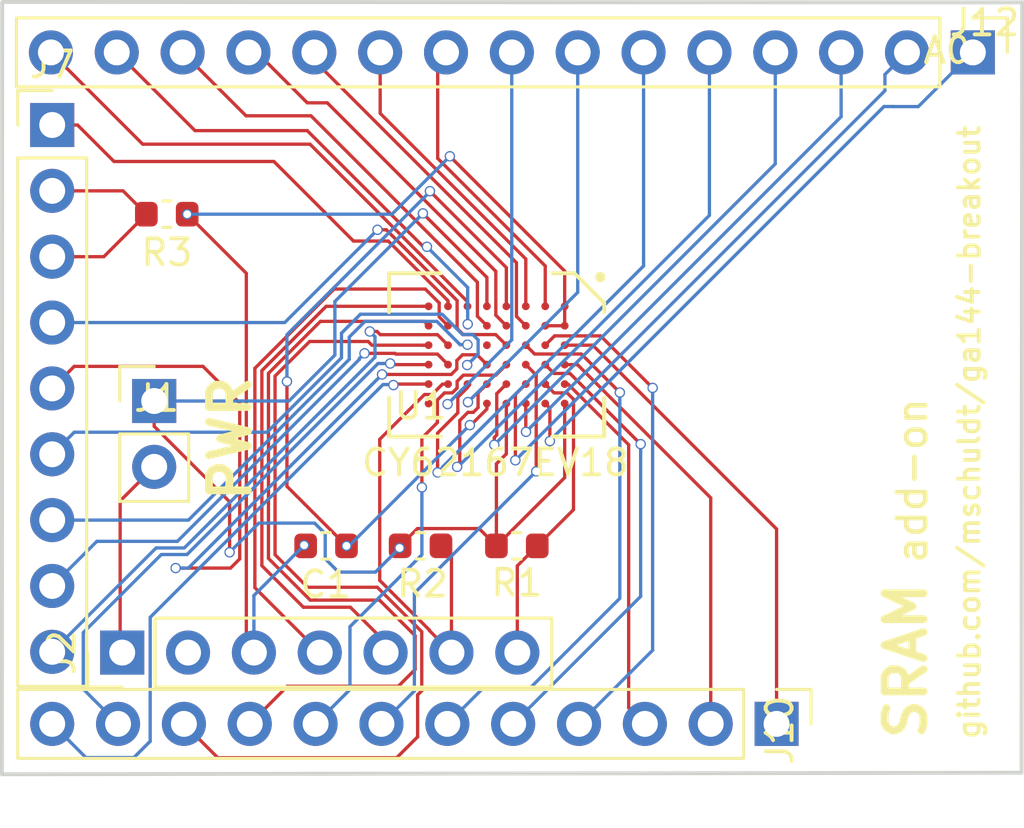
<source format=kicad_pcb>
(kicad_pcb (version 20171130) (host pcbnew 5.0.2-bee76a0~70~ubuntu14.04.1)

  (general
    (thickness 1.6)
    (drawings 9)
    (tracks 402)
    (zones 0)
    (modules 10)
    (nets 47)
  )

  (page A4)
  (layers
    (0 F.Cu signal)
    (31 B.Cu signal)
    (32 B.Adhes user)
    (33 F.Adhes user)
    (34 B.Paste user)
    (35 F.Paste user)
    (36 B.SilkS user)
    (37 F.SilkS user)
    (38 B.Mask user)
    (39 F.Mask user)
    (40 Dwgs.User user)
    (41 Cmts.User user)
    (42 Eco1.User user)
    (43 Eco2.User user)
    (44 Edge.Cuts user)
    (45 Margin user)
    (46 B.CrtYd user)
    (47 F.CrtYd user)
    (48 B.Fab user)
    (49 F.Fab user)
  )

  (setup
    (last_trace_width 0.127)
    (user_trace_width 0.127)
    (user_trace_width 0.16)
    (user_trace_width 0.2)
    (user_trace_width 0.5)
    (trace_clearance 0.127)
    (zone_clearance 0.16)
    (zone_45_only no)
    (trace_min 0.127)
    (segment_width 0.2)
    (edge_width 0.15)
    (via_size 0.4)
    (via_drill 0.3)
    (via_min_size 0.3)
    (via_min_drill 0.3)
    (uvia_size 0.3)
    (uvia_drill 0.1)
    (uvias_allowed no)
    (uvia_min_size 0.2)
    (uvia_min_drill 0.1)
    (pcb_text_width 0.3)
    (pcb_text_size 1.5 1.5)
    (mod_edge_width 0.15)
    (mod_text_size 1 1)
    (mod_text_width 0.15)
    (pad_size 1.524 1.524)
    (pad_drill 0.762)
    (pad_to_mask_clearance 0.051)
    (solder_mask_min_width 0.25)
    (aux_axis_origin 0 0)
    (visible_elements FFFFFF7F)
    (pcbplotparams
      (layerselection 0x010fc_ffffffff)
      (usegerberextensions true)
      (usegerberattributes false)
      (usegerberadvancedattributes false)
      (creategerberjobfile false)
      (excludeedgelayer true)
      (linewidth 0.100000)
      (plotframeref false)
      (viasonmask false)
      (mode 1)
      (useauxorigin false)
      (hpglpennumber 1)
      (hpglpenspeed 20)
      (hpglpendiameter 15.000000)
      (psnegative false)
      (psa4output false)
      (plotreference true)
      (plotvalue true)
      (plotinvisibletext false)
      (padsonsilk false)
      (subtractmaskfromsilk false)
      (outputformat 1)
      (mirror false)
      (drillshape 0)
      (scaleselection 1)
      (outputdirectory ""))
  )

  (net 0 "")
  (net 1 GND)
  (net 2 vccC)
  (net 3 a17)
  (net 4 a16)
  (net 5 a15)
  (net 6 a14)
  (net 7 a13)
  (net 8 a12)
  (net 9 a11)
  (net 10 a10)
  (net 11 a9)
  (net 12 a8)
  (net 13 a7)
  (net 14 a6)
  (net 15 a5)
  (net 16 a4)
  (net 17 a3)
  (net 18 a2)
  (net 19 a1)
  (net 20 a0)
  (net 21 d0)
  (net 22 d1)
  (net 23 d2)
  (net 24 d3)
  (net 25 d4)
  (net 26 d5)
  (net 27 d6)
  (net 28 d7)
  (net 29 d8)
  (net 30 d9)
  (net 31 d10)
  (net 32 d11)
  (net 33 d12)
  (net 34 d13)
  (net 35 d14)
  (net 36 d15)
  (net 37 d16)
  (net 38 008.17)
  (net 39 008.5)
  (net 40 008.3)
  (net 41 008.1)
  (net 42 vss)
  (net 43 CE2)
  (net 44 "Net-(U1-PadE3)")
  (net 45 "Net-(U1-PadH6)")
  (net 46 "Net-(J2-Pad2)")

  (net_class Default "This is the default net class."
    (clearance 0.127)
    (trace_width 0.127)
    (via_dia 0.4)
    (via_drill 0.3)
    (uvia_dia 0.3)
    (uvia_drill 0.1)
    (add_net 008.1)
    (add_net 008.17)
    (add_net 008.3)
    (add_net 008.5)
    (add_net CE2)
    (add_net GND)
    (add_net "Net-(J2-Pad2)")
    (add_net "Net-(U1-PadE3)")
    (add_net "Net-(U1-PadH6)")
    (add_net a0)
    (add_net a1)
    (add_net a10)
    (add_net a11)
    (add_net a12)
    (add_net a13)
    (add_net a14)
    (add_net a15)
    (add_net a16)
    (add_net a17)
    (add_net a2)
    (add_net a3)
    (add_net a4)
    (add_net a5)
    (add_net a6)
    (add_net a7)
    (add_net a8)
    (add_net a9)
    (add_net d0)
    (add_net d1)
    (add_net d10)
    (add_net d11)
    (add_net d12)
    (add_net d13)
    (add_net d14)
    (add_net d15)
    (add_net d16)
    (add_net d2)
    (add_net d3)
    (add_net d4)
    (add_net d5)
    (add_net d6)
    (add_net d7)
    (add_net d8)
    (add_net d9)
    (add_net vccC)
    (add_net vss)
  )

  (module ga144:CY62167EV18LL (layer F.Cu) (tedit 5BE695FE) (tstamp 5C22A0C1)
    (at 126.492 86.868 270)
    (path /5BF41A8E)
    (attr smd)
    (fp_text reference U1 (at 1.9685 2.9337) (layer F.SilkS)
      (effects (font (size 1 1) (thickness 0.15)))
    )
    (fp_text value CY62167EV18 (at 4.1529 0.04826 180) (layer F.SilkS)
      (effects (font (size 1 1) (thickness 0.15)))
    )
    (fp_line (start -2 -4) (end -3 -3) (layer F.Fab) (width 0.15))
    (fp_line (start -3 -3) (end -3 4) (layer F.Fab) (width 0.15))
    (fp_line (start -3 4) (end 3 4) (layer F.Fab) (width 0.15))
    (fp_line (start 3 4) (end 3 -4) (layer F.Fab) (width 0.15))
    (fp_line (start 3 -4) (end -2 -4) (layer F.Fab) (width 0.15))
    (fp_line (start 1.65 -4.15) (end 3.15 -4.15) (layer F.SilkS) (width 0.15))
    (fp_line (start 3.15 -4.15) (end 3.15 -2.15) (layer F.SilkS) (width 0.15))
    (fp_line (start 1.65 -4.15) (end 3.15 -4.15) (layer F.SilkS) (width 0.15))
    (fp_line (start 3.15 -4.15) (end 3.15 -2.15) (layer F.SilkS) (width 0.15))
    (fp_line (start 1.65 4.15) (end 3.15 4.15) (layer F.SilkS) (width 0.15))
    (fp_line (start 3.15 4.15) (end 3.15 2.15) (layer F.SilkS) (width 0.15))
    (fp_line (start 1.65 -4.15) (end 3.15 -4.15) (layer F.SilkS) (width 0.15))
    (fp_line (start 3.15 -4.15) (end 3.15 -2.15) (layer F.SilkS) (width 0.15))
    (fp_line (start -1.65 4.15) (end -3.15 4.15) (layer F.SilkS) (width 0.15))
    (fp_line (start -3.15 4.15) (end -3.15 2.15) (layer F.SilkS) (width 0.15))
    (fp_line (start -1.65 -4.15) (end -2 -4.15) (layer F.SilkS) (width 0.15))
    (fp_line (start -2 -4.15) (end -3.15 -3) (layer F.SilkS) (width 0.15))
    (fp_line (start -3.15 -3) (end -3.15 -2.15) (layer F.SilkS) (width 0.15))
    (fp_circle (center -3 -4) (end -3 -3.9) (layer F.SilkS) (width 0.2))
    (fp_line (start -3.25 -4.25) (end 3.25 -4.25) (layer F.CrtYd) (width 0.05))
    (fp_line (start 3.25 -4.25) (end 3.25 4.25) (layer F.CrtYd) (width 0.05))
    (fp_line (start 3.25 4.25) (end -3.25 4.25) (layer F.CrtYd) (width 0.05))
    (fp_line (start -3.25 4.25) (end -3.25 -4.25) (layer F.CrtYd) (width 0.05))
    (pad A1 smd circle (at -1.875 -2.625 270) (size 0.3 0.3) (layers F.Cu F.Paste F.Mask)
      (net 1 GND))
    (pad B1 smd circle (at -1.875 -1.875 270) (size 0.3 0.3) (layers F.Cu F.Paste F.Mask)
      (net 29 d8))
    (pad C1 smd circle (at -1.875 -1.125 270) (size 0.3 0.3) (layers F.Cu F.Paste F.Mask)
      (net 30 d9))
    (pad D1 smd circle (at -1.875 -0.375 270) (size 0.3 0.3) (layers F.Cu F.Paste F.Mask)
      (net 42 vss))
    (pad E1 smd circle (at -1.875 0.375 270) (size 0.3 0.3) (layers F.Cu F.Paste F.Mask)
      (net 43 CE2))
    (pad F1 smd circle (at -1.875 1.125 270) (size 0.3 0.3) (layers F.Cu F.Paste F.Mask)
      (net 35 d14))
    (pad G1 smd circle (at -1.875 1.875 270) (size 0.3 0.3) (layers F.Cu F.Paste F.Mask)
      (net 36 d15))
    (pad H1 smd circle (at -1.875 2.625 270) (size 0.3 0.3) (layers F.Cu F.Paste F.Mask)
      (net 39 008.5))
    (pad A2 smd circle (at -1.125 -2.625 270) (size 0.3 0.3) (layers F.Cu F.Paste F.Mask)
      (net 1 GND))
    (pad B2 smd circle (at -1.125 -1.875 270) (size 0.3 0.3) (layers F.Cu F.Paste F.Mask)
      (net 1 GND))
    (pad C2 smd circle (at -1.125 -1.125 270) (size 0.3 0.3) (layers F.Cu F.Paste F.Mask)
      (net 31 d10))
    (pad D2 smd circle (at -1.125 -0.375 270) (size 0.3 0.3) (layers F.Cu F.Paste F.Mask)
      (net 32 d11))
    (pad E2 smd circle (at -1.125 0.375 270) (size 0.3 0.3) (layers F.Cu F.Paste F.Mask)
      (net 33 d12))
    (pad F2 smd circle (at -1.125 1.125 270) (size 0.3 0.3) (layers F.Cu F.Paste F.Mask)
      (net 34 d13))
    (pad G2 smd circle (at -1.125 1.875 270) (size 0.3 0.3) (layers F.Cu F.Paste F.Mask)
      (net 38 008.17))
    (pad H2 smd circle (at -1.125 2.625 270) (size 0.3 0.3) (layers F.Cu F.Paste F.Mask)
      (net 12 a8))
    (pad A3 smd circle (at -0.375 -2.625 270) (size 0.3 0.3) (layers F.Cu F.Paste F.Mask)
      (net 20 a0))
    (pad B3 smd circle (at -0.375 -1.875 270) (size 0.3 0.3) (layers F.Cu F.Paste F.Mask)
      (net 17 a3))
    (pad C3 smd circle (at -0.375 -1.125 270) (size 0.3 0.3) (layers F.Cu F.Paste F.Mask)
      (net 15 a5))
    (pad D3 smd circle (at -0.375 -0.375 270) (size 0.3 0.3) (layers F.Cu F.Paste F.Mask)
      (net 3 a17))
    (pad E3 smd circle (at -0.375 0.375 270) (size 0.3 0.3) (layers F.Cu F.Paste F.Mask)
      (net 44 "Net-(U1-PadE3)"))
    (pad F3 smd circle (at -0.375 1.125 270) (size 0.3 0.3) (layers F.Cu F.Paste F.Mask)
      (net 6 a14))
    (pad G3 smd circle (at -0.375 1.875 270) (size 0.3 0.3) (layers F.Cu F.Paste F.Mask)
      (net 8 a12))
    (pad H3 smd circle (at -0.375 2.625 270) (size 0.3 0.3) (layers F.Cu F.Paste F.Mask)
      (net 11 a9))
    (pad A4 smd circle (at 0.375 -2.625 270) (size 0.3 0.3) (layers F.Cu F.Paste F.Mask)
      (net 19 a1))
    (pad B4 smd circle (at 0.375 -1.875 270) (size 0.3 0.3) (layers F.Cu F.Paste F.Mask)
      (net 16 a4))
    (pad C4 smd circle (at 0.375 -1.125 270) (size 0.3 0.3) (layers F.Cu F.Paste F.Mask)
      (net 14 a6))
    (pad D4 smd circle (at 0.375 -0.375 270) (size 0.3 0.3) (layers F.Cu F.Paste F.Mask)
      (net 13 a7))
    (pad E4 smd circle (at 0.375 0.375 270) (size 0.3 0.3) (layers F.Cu F.Paste F.Mask)
      (net 4 a16))
    (pad F4 smd circle (at 0.375 1.125 270) (size 0.3 0.3) (layers F.Cu F.Paste F.Mask)
      (net 5 a15))
    (pad G4 smd circle (at 0.375 1.875 270) (size 0.3 0.3) (layers F.Cu F.Paste F.Mask)
      (net 7 a13))
    (pad H4 smd circle (at 0.375 2.625 270) (size 0.3 0.3) (layers F.Cu F.Paste F.Mask)
      (net 10 a10))
    (pad A5 smd circle (at 1.125 -2.625 270) (size 0.3 0.3) (layers F.Cu F.Paste F.Mask)
      (net 18 a2))
    (pad B5 smd circle (at 1.125 -1.875 270) (size 0.3 0.3) (layers F.Cu F.Paste F.Mask)
      (net 41 008.1))
    (pad C5 smd circle (at 1.125 -1.125 270) (size 0.3 0.3) (layers F.Cu F.Paste F.Mask)
      (net 22 d1))
    (pad D5 smd circle (at 1.125 -0.375 270) (size 0.3 0.3) (layers F.Cu F.Paste F.Mask)
      (net 24 d3))
    (pad E5 smd circle (at 1.125 0.375 270) (size 0.3 0.3) (layers F.Cu F.Paste F.Mask)
      (net 25 d4))
    (pad F5 smd circle (at 1.125 1.125 270) (size 0.3 0.3) (layers F.Cu F.Paste F.Mask)
      (net 26 d5))
    (pad G5 smd circle (at 1.125 1.875 270) (size 0.3 0.3) (layers F.Cu F.Paste F.Mask)
      (net 40 008.3))
    (pad H5 smd circle (at 1.125 2.625 270) (size 0.3 0.3) (layers F.Cu F.Paste F.Mask)
      (net 9 a11))
    (pad A6 smd circle (at 1.875 -2.625 270) (size 0.3 0.3) (layers F.Cu F.Paste F.Mask)
      (net 43 CE2))
    (pad B6 smd circle (at 1.875 -1.875 270) (size 0.3 0.3) (layers F.Cu F.Paste F.Mask)
      (net 21 d0))
    (pad C6 smd circle (at 1.875 -1.125 270) (size 0.3 0.3) (layers F.Cu F.Paste F.Mask)
      (net 23 d2))
    (pad D6 smd circle (at 1.875 -0.375 270) (size 0.3 0.3) (layers F.Cu F.Paste F.Mask)
      (net 43 CE2))
    (pad E6 smd circle (at 1.875 0.375 270) (size 0.3 0.3) (layers F.Cu F.Paste F.Mask)
      (net 42 vss))
    (pad F6 smd circle (at 1.875 1.125 270) (size 0.3 0.3) (layers F.Cu F.Paste F.Mask)
      (net 27 d6))
    (pad G6 smd circle (at 1.875 1.875 270) (size 0.3 0.3) (layers F.Cu F.Paste F.Mask)
      (net 28 d7))
    (pad H6 smd circle (at 1.875 2.625 270) (size 0.3 0.3) (layers F.Cu F.Paste F.Mask)
      (net 45 "Net-(U1-PadH6)"))
  )

  (module Connector_PinHeader_2.54mm:PinHeader_1x09_P2.54mm_Vertical (layer F.Cu) (tedit 5BE679B5) (tstamp 5BEF9B7B)
    (at 109.35 78)
    (descr "Through hole straight pin header, 1x09, 2.54mm pitch, single row")
    (tags "Through hole pin header THT 1x09 2.54mm single row")
    (path /5C39C977)
    (fp_text reference J7 (at 0 -2.33) (layer F.SilkS)
      (effects (font (size 1 1) (thickness 0.15)))
    )
    (fp_text value Conn_01x09_Male (at 12.316 23.346) (layer F.Fab)
      (effects (font (size 1 1) (thickness 0.15)))
    )
    (fp_line (start -0.635 -1.27) (end 1.27 -1.27) (layer F.Fab) (width 0.1))
    (fp_line (start 1.27 -1.27) (end 1.27 21.59) (layer F.Fab) (width 0.1))
    (fp_line (start 1.27 21.59) (end -1.27 21.59) (layer F.Fab) (width 0.1))
    (fp_line (start -1.27 21.59) (end -1.27 -0.635) (layer F.Fab) (width 0.1))
    (fp_line (start -1.27 -0.635) (end -0.635 -1.27) (layer F.Fab) (width 0.1))
    (fp_line (start -1.33 21.65) (end 1.33 21.65) (layer F.SilkS) (width 0.12))
    (fp_line (start -1.33 1.27) (end -1.33 21.65) (layer F.SilkS) (width 0.12))
    (fp_line (start 1.33 1.27) (end 1.33 21.65) (layer F.SilkS) (width 0.12))
    (fp_line (start -1.33 1.27) (end 1.33 1.27) (layer F.SilkS) (width 0.12))
    (fp_line (start -1.33 0) (end -1.33 -1.33) (layer F.SilkS) (width 0.12))
    (fp_line (start -1.33 -1.33) (end 0 -1.33) (layer F.SilkS) (width 0.12))
    (fp_line (start -1.8 -1.8) (end -1.8 22.1) (layer F.CrtYd) (width 0.05))
    (fp_line (start -1.8 22.1) (end 1.8 22.1) (layer F.CrtYd) (width 0.05))
    (fp_line (start 1.8 22.1) (end 1.8 -1.8) (layer F.CrtYd) (width 0.05))
    (fp_line (start 1.8 -1.8) (end -1.8 -1.8) (layer F.CrtYd) (width 0.05))
    (fp_text user %R (at 0 10.16 90) (layer F.Fab)
      (effects (font (size 1 1) (thickness 0.15)))
    )
    (pad 1 thru_hole rect (at 0 0) (size 1.7 1.7) (drill 1) (layers *.Cu *.Mask)
      (net 36 d15))
    (pad 2 thru_hole oval (at 0 2.54) (size 1.7 1.7) (drill 1) (layers *.Cu *.Mask)
      (net 37 d16))
    (pad 3 thru_hole oval (at 0 5.08) (size 1.7 1.7) (drill 1) (layers *.Cu *.Mask)
      (net 37 d16))
    (pad 4 thru_hole oval (at 0 7.62) (size 1.7 1.7) (drill 1) (layers *.Cu *.Mask)
      (net 3 a17))
    (pad 5 thru_hole oval (at 0 10.16) (size 1.7 1.7) (drill 1) (layers *.Cu *.Mask)
      (net 4 a16))
    (pad 6 thru_hole oval (at 0 12.7) (size 1.7 1.7) (drill 1) (layers *.Cu *.Mask)
      (net 5 a15))
    (pad 7 thru_hole oval (at 0 15.24) (size 1.7 1.7) (drill 1) (layers *.Cu *.Mask)
      (net 6 a14))
    (pad 8 thru_hole oval (at 0 17.78) (size 1.7 1.7) (drill 1) (layers *.Cu *.Mask)
      (net 7 a13))
    (pad 9 thru_hole oval (at 0 20.32) (size 1.7 1.7) (drill 1) (layers *.Cu *.Mask)
      (net 8 a12))
    (model ${KISYS3DMOD}/Connector_PinHeader_2.54mm.3dshapes/PinHeader_1x09_P2.54mm_Vertical.wrl
      (at (xyz 0 0 0))
      (scale (xyz 1 1 1))
      (rotate (xyz 0 0 0))
    )
  )

  (module Connector_PinHeader_2.54mm:PinHeader_1x15_P2.54mm_Vertical (layer F.Cu) (tedit 59FED5CC) (tstamp 5BEF9C8A)
    (at 144.86 75.2 270)
    (descr "Through hole straight pin header, 1x15, 2.54mm pitch, single row")
    (tags "Through hole pin header THT 1x15 2.54mm single row")
    (path /5C609FBF)
    (fp_text reference J12 (at -1.15 -0.45) (layer F.SilkS)
      (effects (font (size 1 1) (thickness 0.15)))
    )
    (fp_text value Conn_01x15_Male (at -0.23 18.4) (layer F.Fab)
      (effects (font (size 1 1) (thickness 0.15)))
    )
    (fp_line (start -0.635 -1.27) (end 1.27 -1.27) (layer F.Fab) (width 0.1))
    (fp_line (start 1.27 -1.27) (end 1.27 36.83) (layer F.Fab) (width 0.1))
    (fp_line (start 1.27 36.83) (end -1.27 36.83) (layer F.Fab) (width 0.1))
    (fp_line (start -1.27 36.83) (end -1.27 -0.635) (layer F.Fab) (width 0.1))
    (fp_line (start -1.27 -0.635) (end -0.635 -1.27) (layer F.Fab) (width 0.1))
    (fp_line (start -1.33 36.89) (end 1.33 36.89) (layer F.SilkS) (width 0.12))
    (fp_line (start -1.33 1.27) (end -1.33 36.89) (layer F.SilkS) (width 0.12))
    (fp_line (start 1.33 1.27) (end 1.33 36.89) (layer F.SilkS) (width 0.12))
    (fp_line (start -1.33 1.27) (end 1.33 1.27) (layer F.SilkS) (width 0.12))
    (fp_line (start -1.33 0) (end -1.33 -1.33) (layer F.SilkS) (width 0.12))
    (fp_line (start -1.33 -1.33) (end 0 -1.33) (layer F.SilkS) (width 0.12))
    (fp_line (start -1.8 -1.8) (end -1.8 37.35) (layer F.CrtYd) (width 0.05))
    (fp_line (start -1.8 37.35) (end 1.8 37.35) (layer F.CrtYd) (width 0.05))
    (fp_line (start 1.8 37.35) (end 1.8 -1.8) (layer F.CrtYd) (width 0.05))
    (fp_line (start 1.8 -1.8) (end -1.8 -1.8) (layer F.CrtYd) (width 0.05))
    (fp_text user %R (at 0 17.78) (layer F.Fab)
      (effects (font (size 1 1) (thickness 0.15)))
    )
    (pad 1 thru_hole rect (at 0 0 270) (size 1.7 1.7) (drill 1) (layers *.Cu *.Mask)
      (net 21 d0))
    (pad 2 thru_hole oval (at 0 2.54 270) (size 1.7 1.7) (drill 1) (layers *.Cu *.Mask)
      (net 22 d1))
    (pad 3 thru_hole oval (at 0 5.08 270) (size 1.7 1.7) (drill 1) (layers *.Cu *.Mask)
      (net 23 d2))
    (pad 4 thru_hole oval (at 0 7.62 270) (size 1.7 1.7) (drill 1) (layers *.Cu *.Mask)
      (net 24 d3))
    (pad 5 thru_hole oval (at 0 10.16 270) (size 1.7 1.7) (drill 1) (layers *.Cu *.Mask)
      (net 25 d4))
    (pad 6 thru_hole oval (at 0 12.7 270) (size 1.7 1.7) (drill 1) (layers *.Cu *.Mask)
      (net 26 d5))
    (pad 7 thru_hole oval (at 0 15.24 270) (size 1.7 1.7) (drill 1) (layers *.Cu *.Mask)
      (net 27 d6))
    (pad 8 thru_hole oval (at 0 17.78 270) (size 1.7 1.7) (drill 1) (layers *.Cu *.Mask)
      (net 28 d7))
    (pad 9 thru_hole oval (at 0 20.32 270) (size 1.7 1.7) (drill 1) (layers *.Cu *.Mask)
      (net 29 d8))
    (pad 10 thru_hole oval (at 0 22.86 270) (size 1.7 1.7) (drill 1) (layers *.Cu *.Mask)
      (net 30 d9))
    (pad 11 thru_hole oval (at 0 25.4 270) (size 1.7 1.7) (drill 1) (layers *.Cu *.Mask)
      (net 31 d10))
    (pad 12 thru_hole oval (at 0 27.94 270) (size 1.7 1.7) (drill 1) (layers *.Cu *.Mask)
      (net 32 d11))
    (pad 13 thru_hole oval (at 0 30.48 270) (size 1.7 1.7) (drill 1) (layers *.Cu *.Mask)
      (net 33 d12))
    (pad 14 thru_hole oval (at 0 33.02 270) (size 1.7 1.7) (drill 1) (layers *.Cu *.Mask)
      (net 34 d13))
    (pad 15 thru_hole oval (at 0 35.56 270) (size 1.7 1.7) (drill 1) (layers *.Cu *.Mask)
      (net 35 d14))
    (model ${KISYS3DMOD}/Connector_PinHeader_2.54mm.3dshapes/PinHeader_1x15_P2.54mm_Vertical.wrl
      (at (xyz 0 0 0))
      (scale (xyz 1 1 1))
      (rotate (xyz 0 0 0))
    )
  )

  (module Connector_PinHeader_2.54mm:PinHeader_1x12_P2.54mm_Vertical (layer F.Cu) (tedit 5BE679E1) (tstamp 5C229F20)
    (at 137.29 101.1 270)
    (descr "Through hole straight pin header, 1x12, 2.54mm pitch, single row")
    (tags "Through hole pin header THT 1x12 2.54mm single row")
    (path /5C6AADA9)
    (fp_text reference J10 (at 0.246 -0.124 270) (layer F.SilkS)
      (effects (font (size 1 1) (thickness 0.15)))
    )
    (fp_text value Conn_01x12_Male (at 0 18.672) (layer F.Fab)
      (effects (font (size 1 1) (thickness 0.15)))
    )
    (fp_line (start -0.635 -1.27) (end 1.27 -1.27) (layer F.Fab) (width 0.1))
    (fp_line (start 1.27 -1.27) (end 1.27 29.21) (layer F.Fab) (width 0.1))
    (fp_line (start 1.27 29.21) (end -1.27 29.21) (layer F.Fab) (width 0.1))
    (fp_line (start -1.27 29.21) (end -1.27 -0.635) (layer F.Fab) (width 0.1))
    (fp_line (start -1.27 -0.635) (end -0.635 -1.27) (layer F.Fab) (width 0.1))
    (fp_line (start -1.33 29.27) (end 1.33 29.27) (layer F.SilkS) (width 0.12))
    (fp_line (start -1.33 1.27) (end -1.33 29.27) (layer F.SilkS) (width 0.12))
    (fp_line (start 1.33 1.27) (end 1.33 29.27) (layer F.SilkS) (width 0.12))
    (fp_line (start -1.33 1.27) (end 1.33 1.27) (layer F.SilkS) (width 0.12))
    (fp_line (start -1.33 0) (end -1.33 -1.33) (layer F.SilkS) (width 0.12))
    (fp_line (start -1.33 -1.33) (end 0 -1.33) (layer F.SilkS) (width 0.12))
    (fp_line (start -1.8 -1.8) (end -1.8 29.75) (layer F.CrtYd) (width 0.05))
    (fp_line (start -1.8 29.75) (end 1.8 29.75) (layer F.CrtYd) (width 0.05))
    (fp_line (start 1.8 29.75) (end 1.8 -1.8) (layer F.CrtYd) (width 0.05))
    (fp_line (start 1.8 -1.8) (end -1.8 -1.8) (layer F.CrtYd) (width 0.05))
    (fp_text user %R (at 0 13.97) (layer F.Fab)
      (effects (font (size 1 1) (thickness 0.15)))
    )
    (pad 1 thru_hole rect (at 0 0 270) (size 1.7 1.7) (drill 1) (layers *.Cu *.Mask)
      (net 20 a0))
    (pad 2 thru_hole oval (at 0 2.54 270) (size 1.7 1.7) (drill 1) (layers *.Cu *.Mask)
      (net 19 a1))
    (pad 3 thru_hole oval (at 0 5.08 270) (size 1.7 1.7) (drill 1) (layers *.Cu *.Mask)
      (net 18 a2))
    (pad 4 thru_hole oval (at 0 7.62 270) (size 1.7 1.7) (drill 1) (layers *.Cu *.Mask)
      (net 17 a3))
    (pad 5 thru_hole oval (at 0 10.16 270) (size 1.7 1.7) (drill 1) (layers *.Cu *.Mask)
      (net 16 a4))
    (pad 6 thru_hole oval (at 0 12.7 270) (size 1.7 1.7) (drill 1) (layers *.Cu *.Mask)
      (net 15 a5))
    (pad 7 thru_hole oval (at 0 15.24 270) (size 1.7 1.7) (drill 1) (layers *.Cu *.Mask)
      (net 14 a6))
    (pad 8 thru_hole oval (at 0 17.78 270) (size 1.7 1.7) (drill 1) (layers *.Cu *.Mask)
      (net 13 a7))
    (pad 9 thru_hole oval (at 0 20.32 270) (size 1.7 1.7) (drill 1) (layers *.Cu *.Mask)
      (net 12 a8))
    (pad 10 thru_hole oval (at 0 22.86 270) (size 1.7 1.7) (drill 1) (layers *.Cu *.Mask)
      (net 11 a9))
    (pad 11 thru_hole oval (at 0 25.4 270) (size 1.7 1.7) (drill 1) (layers *.Cu *.Mask)
      (net 10 a10))
    (pad 12 thru_hole oval (at 0 27.94 270) (size 1.7 1.7) (drill 1) (layers *.Cu *.Mask)
      (net 9 a11))
    (model ${KISYS3DMOD}/Connector_PinHeader_2.54mm.3dshapes/PinHeader_1x12_P2.54mm_Vertical.wrl
      (at (xyz 0 0 0))
      (scale (xyz 1 1 1))
      (rotate (xyz 0 0 0))
    )
  )

  (module Capacitor_SMD:C_0603_1608Metric (layer F.Cu) (tedit 5B301BBE) (tstamp 5C22A02D)
    (at 119.9135 94.234)
    (descr "Capacitor SMD 0603 (1608 Metric), square (rectangular) end terminal, IPC_7351 nominal, (Body size source: http://www.tortai-tech.com/upload/download/2011102023233369053.pdf), generated with kicad-footprint-generator")
    (tags capacitor)
    (path /5BFC3262)
    (attr smd)
    (fp_text reference C1 (at -0.01788 1.4859) (layer F.SilkS)
      (effects (font (size 1 1) (thickness 0.15)))
    )
    (fp_text value 0.1uF (at 0.165 -1.4351) (layer F.Fab)
      (effects (font (size 1 1) (thickness 0.15)))
    )
    (fp_line (start -0.8 0.4) (end -0.8 -0.4) (layer F.Fab) (width 0.1))
    (fp_line (start -0.8 -0.4) (end 0.8 -0.4) (layer F.Fab) (width 0.1))
    (fp_line (start 0.8 -0.4) (end 0.8 0.4) (layer F.Fab) (width 0.1))
    (fp_line (start 0.8 0.4) (end -0.8 0.4) (layer F.Fab) (width 0.1))
    (fp_line (start -0.162779 -0.51) (end 0.162779 -0.51) (layer F.SilkS) (width 0.12))
    (fp_line (start -0.162779 0.51) (end 0.162779 0.51) (layer F.SilkS) (width 0.12))
    (fp_line (start -1.48 0.73) (end -1.48 -0.73) (layer F.CrtYd) (width 0.05))
    (fp_line (start -1.48 -0.73) (end 1.48 -0.73) (layer F.CrtYd) (width 0.05))
    (fp_line (start 1.48 -0.73) (end 1.48 0.73) (layer F.CrtYd) (width 0.05))
    (fp_line (start 1.48 0.73) (end -1.48 0.73) (layer F.CrtYd) (width 0.05))
    (fp_text user %R (at 0 0) (layer F.Fab)
      (effects (font (size 0.4 0.4) (thickness 0.06)))
    )
    (pad 1 smd roundrect (at -0.7875 0) (size 0.875 0.95) (layers F.Cu F.Paste F.Mask) (roundrect_rratio 0.25)
      (net 1 GND))
    (pad 2 smd roundrect (at 0.7875 0) (size 0.875 0.95) (layers F.Cu F.Paste F.Mask) (roundrect_rratio 0.25)
      (net 42 vss))
    (model ${KISYS3DMOD}/Capacitor_SMD.3dshapes/C_0603_1608Metric.wrl
      (at (xyz 0 0 0))
      (scale (xyz 1 1 1))
      (rotate (xyz 0 0 0))
    )
  )

  (module Resistor_SMD:R_0603_1608Metric (layer F.Cu) (tedit 5B301BBD) (tstamp 5C22C795)
    (at 127.27168 94.234 180)
    (descr "Resistor SMD 0603 (1608 Metric), square (rectangular) end terminal, IPC_7351 nominal, (Body size source: http://www.tortai-tech.com/upload/download/2011102023233369053.pdf), generated with kicad-footprint-generator")
    (tags resistor)
    (path /5C000F28)
    (attr smd)
    (fp_text reference R1 (at 0 -1.43 180) (layer F.SilkS)
      (effects (font (size 1 1) (thickness 0.15)))
    )
    (fp_text value 5.1k (at 0 1.43 180) (layer F.Fab)
      (effects (font (size 1 1) (thickness 0.15)))
    )
    (fp_line (start -0.8 0.4) (end -0.8 -0.4) (layer F.Fab) (width 0.1))
    (fp_line (start -0.8 -0.4) (end 0.8 -0.4) (layer F.Fab) (width 0.1))
    (fp_line (start 0.8 -0.4) (end 0.8 0.4) (layer F.Fab) (width 0.1))
    (fp_line (start 0.8 0.4) (end -0.8 0.4) (layer F.Fab) (width 0.1))
    (fp_line (start -0.162779 -0.51) (end 0.162779 -0.51) (layer F.SilkS) (width 0.12))
    (fp_line (start -0.162779 0.51) (end 0.162779 0.51) (layer F.SilkS) (width 0.12))
    (fp_line (start -1.48 0.73) (end -1.48 -0.73) (layer F.CrtYd) (width 0.05))
    (fp_line (start -1.48 -0.73) (end 1.48 -0.73) (layer F.CrtYd) (width 0.05))
    (fp_line (start 1.48 -0.73) (end 1.48 0.73) (layer F.CrtYd) (width 0.05))
    (fp_line (start 1.48 0.73) (end -1.48 0.73) (layer F.CrtYd) (width 0.05))
    (fp_text user %R (at 0 0 180) (layer F.Fab)
      (effects (font (size 0.4 0.4) (thickness 0.06)))
    )
    (pad 1 smd roundrect (at -0.7875 0 180) (size 0.875 0.95) (layers F.Cu F.Paste F.Mask) (roundrect_rratio 0.25)
      (net 41 008.1))
    (pad 2 smd roundrect (at 0.7875 0 180) (size 0.875 0.95) (layers F.Cu F.Paste F.Mask) (roundrect_rratio 0.25)
      (net 43 CE2))
    (model ${KISYS3DMOD}/Resistor_SMD.3dshapes/R_0603_1608Metric.wrl
      (at (xyz 0 0 0))
      (scale (xyz 1 1 1))
      (rotate (xyz 0 0 0))
    )
  )

  (module Resistor_SMD:R_0603_1608Metric (layer F.Cu) (tedit 5B301BBD) (tstamp 5C22A065)
    (at 123.5582 94.23146 180)
    (descr "Resistor SMD 0603 (1608 Metric), square (rectangular) end terminal, IPC_7351 nominal, (Body size source: http://www.tortai-tech.com/upload/download/2011102023233369053.pdf), generated with kicad-footprint-generator")
    (tags resistor)
    (path /5C00549C)
    (attr smd)
    (fp_text reference R2 (at -0.07376 -1.46812 180) (layer F.SilkS)
      (effects (font (size 1 1) (thickness 0.15)))
    )
    (fp_text value 5.1k (at 0.05598 -1.38684 180) (layer F.Fab)
      (effects (font (size 1 1) (thickness 0.15)))
    )
    (fp_text user %R (at 0 0 180) (layer F.Fab)
      (effects (font (size 0.4 0.4) (thickness 0.06)))
    )
    (fp_line (start 1.48 0.73) (end -1.48 0.73) (layer F.CrtYd) (width 0.05))
    (fp_line (start 1.48 -0.73) (end 1.48 0.73) (layer F.CrtYd) (width 0.05))
    (fp_line (start -1.48 -0.73) (end 1.48 -0.73) (layer F.CrtYd) (width 0.05))
    (fp_line (start -1.48 0.73) (end -1.48 -0.73) (layer F.CrtYd) (width 0.05))
    (fp_line (start -0.162779 0.51) (end 0.162779 0.51) (layer F.SilkS) (width 0.12))
    (fp_line (start -0.162779 -0.51) (end 0.162779 -0.51) (layer F.SilkS) (width 0.12))
    (fp_line (start 0.8 0.4) (end -0.8 0.4) (layer F.Fab) (width 0.1))
    (fp_line (start 0.8 -0.4) (end 0.8 0.4) (layer F.Fab) (width 0.1))
    (fp_line (start -0.8 -0.4) (end 0.8 -0.4) (layer F.Fab) (width 0.1))
    (fp_line (start -0.8 0.4) (end -0.8 -0.4) (layer F.Fab) (width 0.1))
    (pad 2 smd roundrect (at 0.7875 0 180) (size 0.875 0.95) (layers F.Cu F.Paste F.Mask) (roundrect_rratio 0.25)
      (net 43 CE2))
    (pad 1 smd roundrect (at -0.7875 0 180) (size 0.875 0.95) (layers F.Cu F.Paste F.Mask) (roundrect_rratio 0.25)
      (net 40 008.3))
    (model ${KISYS3DMOD}/Resistor_SMD.3dshapes/R_0603_1608Metric.wrl
      (at (xyz 0 0 0))
      (scale (xyz 1 1 1))
      (rotate (xyz 0 0 0))
    )
  )

  (module Resistor_SMD:R_0603_1608Metric (layer F.Cu) (tedit 5B301BBD) (tstamp 5C22A076)
    (at 113.76904 81.44002 180)
    (descr "Resistor SMD 0603 (1608 Metric), square (rectangular) end terminal, IPC_7351 nominal, (Body size source: http://www.tortai-tech.com/upload/download/2011102023233369053.pdf), generated with kicad-footprint-generator")
    (tags resistor)
    (path /5C0CE0CE)
    (attr smd)
    (fp_text reference R3 (at -0.00264 -1.47574 180) (layer F.SilkS)
      (effects (font (size 1 1) (thickness 0.15)))
    )
    (fp_text value 5.1k (at 0 1.43 180) (layer F.Fab)
      (effects (font (size 1 1) (thickness 0.15)))
    )
    (fp_line (start -0.8 0.4) (end -0.8 -0.4) (layer F.Fab) (width 0.1))
    (fp_line (start -0.8 -0.4) (end 0.8 -0.4) (layer F.Fab) (width 0.1))
    (fp_line (start 0.8 -0.4) (end 0.8 0.4) (layer F.Fab) (width 0.1))
    (fp_line (start 0.8 0.4) (end -0.8 0.4) (layer F.Fab) (width 0.1))
    (fp_line (start -0.162779 -0.51) (end 0.162779 -0.51) (layer F.SilkS) (width 0.12))
    (fp_line (start -0.162779 0.51) (end 0.162779 0.51) (layer F.SilkS) (width 0.12))
    (fp_line (start -1.48 0.73) (end -1.48 -0.73) (layer F.CrtYd) (width 0.05))
    (fp_line (start -1.48 -0.73) (end 1.48 -0.73) (layer F.CrtYd) (width 0.05))
    (fp_line (start 1.48 -0.73) (end 1.48 0.73) (layer F.CrtYd) (width 0.05))
    (fp_line (start 1.48 0.73) (end -1.48 0.73) (layer F.CrtYd) (width 0.05))
    (fp_text user %R (at 0 0 180) (layer F.Fab)
      (effects (font (size 0.4 0.4) (thickness 0.06)))
    )
    (pad 1 smd roundrect (at -0.7875 0 180) (size 0.875 0.95) (layers F.Cu F.Paste F.Mask) (roundrect_rratio 0.25)
      (net 1 GND))
    (pad 2 smd roundrect (at 0.7875 0 180) (size 0.875 0.95) (layers F.Cu F.Paste F.Mask) (roundrect_rratio 0.25)
      (net 37 d16))
    (model ${KISYS3DMOD}/Resistor_SMD.3dshapes/R_0603_1608Metric.wrl
      (at (xyz 0 0 0))
      (scale (xyz 1 1 1))
      (rotate (xyz 0 0 0))
    )
  )

  (module Connector_PinHeader_2.54mm:PinHeader_1x02_P2.54mm_Vertical (layer F.Cu) (tedit 59FED5CC) (tstamp 5C22A8D2)
    (at 113.284 88.646)
    (descr "Through hole straight pin header, 1x02, 2.54mm pitch, single row")
    (tags "Through hole pin header THT 1x02 2.54mm single row")
    (path /5C07FAB7)
    (fp_text reference J1 (at 0.09144 -0.10922) (layer F.SilkS)
      (effects (font (size 1 1) (thickness 0.15)))
    )
    (fp_text value Conn_01x02_Male (at -2.18186 -0.06858 90) (layer F.Fab)
      (effects (font (size 1 1) (thickness 0.15)))
    )
    (fp_line (start -0.635 -1.27) (end 1.27 -1.27) (layer F.Fab) (width 0.1))
    (fp_line (start 1.27 -1.27) (end 1.27 3.81) (layer F.Fab) (width 0.1))
    (fp_line (start 1.27 3.81) (end -1.27 3.81) (layer F.Fab) (width 0.1))
    (fp_line (start -1.27 3.81) (end -1.27 -0.635) (layer F.Fab) (width 0.1))
    (fp_line (start -1.27 -0.635) (end -0.635 -1.27) (layer F.Fab) (width 0.1))
    (fp_line (start -1.33 3.87) (end 1.33 3.87) (layer F.SilkS) (width 0.12))
    (fp_line (start -1.33 1.27) (end -1.33 3.87) (layer F.SilkS) (width 0.12))
    (fp_line (start 1.33 1.27) (end 1.33 3.87) (layer F.SilkS) (width 0.12))
    (fp_line (start -1.33 1.27) (end 1.33 1.27) (layer F.SilkS) (width 0.12))
    (fp_line (start -1.33 0) (end -1.33 -1.33) (layer F.SilkS) (width 0.12))
    (fp_line (start -1.33 -1.33) (end 0 -1.33) (layer F.SilkS) (width 0.12))
    (fp_line (start -1.8 -1.8) (end -1.8 4.35) (layer F.CrtYd) (width 0.05))
    (fp_line (start -1.8 4.35) (end 1.8 4.35) (layer F.CrtYd) (width 0.05))
    (fp_line (start 1.8 4.35) (end 1.8 -1.8) (layer F.CrtYd) (width 0.05))
    (fp_line (start 1.8 -1.8) (end -1.8 -1.8) (layer F.CrtYd) (width 0.05))
    (fp_text user %R (at 0 1.27 90) (layer F.Fab)
      (effects (font (size 1 1) (thickness 0.15)))
    )
    (pad 1 thru_hole rect (at 0 0) (size 1.7 1.7) (drill 1) (layers *.Cu *.Mask)
      (net 43 CE2))
    (pad 2 thru_hole oval (at 0 2.54) (size 1.7 1.7) (drill 1) (layers *.Cu *.Mask)
      (net 2 vccC))
    (model ${KISYS3DMOD}/Connector_PinHeader_2.54mm.3dshapes/PinHeader_1x02_P2.54mm_Vertical.wrl
      (at (xyz 0 0 0))
      (scale (xyz 1 1 1))
      (rotate (xyz 0 0 0))
    )
  )

  (module Connector_PinHeader_2.54mm:PinHeader_1x07_P2.54mm_Vertical (layer F.Cu) (tedit 59FED5CC) (tstamp 5C19598E)
    (at 112.05 98.35 90)
    (descr "Through hole straight pin header, 1x07, 2.54mm pitch, single row")
    (tags "Through hole pin header THT 1x07 2.54mm single row")
    (path /5C2E58F7)
    (fp_text reference J2 (at 0 -2.33 90) (layer F.SilkS)
      (effects (font (size 1 1) (thickness 0.15)))
    )
    (fp_text value Conn_01x07_Male (at 0 17.57 90) (layer F.Fab)
      (effects (font (size 1 1) (thickness 0.15)))
    )
    (fp_line (start -0.635 -1.27) (end 1.27 -1.27) (layer F.Fab) (width 0.1))
    (fp_line (start 1.27 -1.27) (end 1.27 16.51) (layer F.Fab) (width 0.1))
    (fp_line (start 1.27 16.51) (end -1.27 16.51) (layer F.Fab) (width 0.1))
    (fp_line (start -1.27 16.51) (end -1.27 -0.635) (layer F.Fab) (width 0.1))
    (fp_line (start -1.27 -0.635) (end -0.635 -1.27) (layer F.Fab) (width 0.1))
    (fp_line (start -1.33 16.57) (end 1.33 16.57) (layer F.SilkS) (width 0.12))
    (fp_line (start -1.33 1.27) (end -1.33 16.57) (layer F.SilkS) (width 0.12))
    (fp_line (start 1.33 1.27) (end 1.33 16.57) (layer F.SilkS) (width 0.12))
    (fp_line (start -1.33 1.27) (end 1.33 1.27) (layer F.SilkS) (width 0.12))
    (fp_line (start -1.33 0) (end -1.33 -1.33) (layer F.SilkS) (width 0.12))
    (fp_line (start -1.33 -1.33) (end 0 -1.33) (layer F.SilkS) (width 0.12))
    (fp_line (start -1.8 -1.8) (end -1.8 17.05) (layer F.CrtYd) (width 0.05))
    (fp_line (start -1.8 17.05) (end 1.8 17.05) (layer F.CrtYd) (width 0.05))
    (fp_line (start 1.8 17.05) (end 1.8 -1.8) (layer F.CrtYd) (width 0.05))
    (fp_line (start 1.8 -1.8) (end -1.8 -1.8) (layer F.CrtYd) (width 0.05))
    (fp_text user %R (at 0 7.62 180) (layer F.Fab)
      (effects (font (size 1 1) (thickness 0.15)))
    )
    (pad 1 thru_hole rect (at 0 0 90) (size 1.7 1.7) (drill 1) (layers *.Cu *.Mask)
      (net 2 vccC))
    (pad 2 thru_hole oval (at 0 2.54 90) (size 1.7 1.7) (drill 1) (layers *.Cu *.Mask)
      (net 46 "Net-(J2-Pad2)"))
    (pad 3 thru_hole oval (at 0 5.08 90) (size 1.7 1.7) (drill 1) (layers *.Cu *.Mask)
      (net 1 GND))
    (pad 4 thru_hole oval (at 0 7.62 90) (size 1.7 1.7) (drill 1) (layers *.Cu *.Mask)
      (net 38 008.17))
    (pad 5 thru_hole oval (at 0 10.16 90) (size 1.7 1.7) (drill 1) (layers *.Cu *.Mask)
      (net 39 008.5))
    (pad 6 thru_hole oval (at 0 12.7 90) (size 1.7 1.7) (drill 1) (layers *.Cu *.Mask)
      (net 40 008.3))
    (pad 7 thru_hole oval (at 0 15.24 90) (size 1.7 1.7) (drill 1) (layers *.Cu *.Mask)
      (net 41 008.1))
    (model ${KISYS3DMOD}/Connector_PinHeader_2.54mm.3dshapes/PinHeader_1x07_P2.54mm_Vertical.wrl
      (at (xyz 0 0 0))
      (scale (xyz 1 1 1))
      (rotate (xyz 0 0 0))
    )
  )

  (gr_text add-on (at 142.52448 91.71686 90) (layer F.SilkS)
    (effects (font (size 1.1 1.1) (thickness 0.18)))
  )
  (gr_text github.com/mschuldt/ga144-breakout (at 144.72412 89.84996 90) (layer F.SilkS)
    (effects (font (size 0.8 0.8) (thickness 0.15)))
  )
  (gr_text SRAM (at 142.2781 98.66884 90) (layer F.SilkS)
    (effects (font (size 1.5 1.5) (thickness 0.3)))
  )
  (gr_text PWR (at 116.2177 90.09126 90) (layer F.SilkS)
    (effects (font (size 1.5 1.5) (thickness 0.3)))
  )
  (gr_line (start 146.73072 73.27392) (end 107.43184 73.2536) (layer Edge.Cuts) (width 0.15))
  (gr_line (start 146.73834 102.9843) (end 146.7612 73.25868) (layer Edge.Cuts) (width 0.15))
  (gr_line (start 107.41152 103.04272) (end 146.72564 102.9843) (layer Edge.Cuts) (width 0.15))
  (gr_line (start 107.42168 73.27138) (end 107.41152 103.04272) (layer Edge.Cuts) (width 0.15))
  (gr_text A0 (at 143.8656 75.1205) (layer F.SilkS)
    (effects (font (size 1 1) (thickness 0.15)))
  )

  (via (at 119.06758 94.2086) (size 0.4) (drill 0.3) (layers F.Cu B.Cu) (net 1))
  (segment (start 117.13 98.35) (end 117.13 96.14618) (width 0.127) (layer B.Cu) (net 1))
  (segment (start 117.13 96.14618) (end 119.06758 94.2086) (width 0.127) (layer B.Cu) (net 1))
  (segment (start 128.367 85.743) (end 129.117 85.743) (width 0.127) (layer F.Cu) (net 1))
  (segment (start 129.117 85.743) (end 129.117 84.993) (width 0.127) (layer F.Cu) (net 1))
  (segment (start 129.117 83.634674) (end 124.889142 79.406816) (width 0.127) (layer F.Cu) (net 1))
  (via (at 124.689143 79.206817) (size 0.4) (drill 0.3) (layers F.Cu B.Cu) (net 1))
  (segment (start 124.889142 79.406816) (end 124.689143 79.206817) (width 0.127) (layer F.Cu) (net 1))
  (segment (start 129.117 84.993) (end 129.117 83.634674) (width 0.127) (layer F.Cu) (net 1))
  (via (at 114.55654 81.440008) (size 0.4) (drill 0.3) (layers F.Cu B.Cu) (net 1))
  (segment (start 124.689143 79.206817) (end 122.455952 81.440008) (width 0.127) (layer B.Cu) (net 1))
  (segment (start 114.839382 81.440008) (end 114.55654 81.440008) (width 0.127) (layer B.Cu) (net 1))
  (segment (start 122.455952 81.440008) (end 114.839382 81.440008) (width 0.127) (layer B.Cu) (net 1))
  (segment (start 116.837416 83.720884) (end 114.756539 81.640007) (width 0.127) (layer F.Cu) (net 1))
  (segment (start 114.756539 81.640007) (end 114.55654 81.440008) (width 0.127) (layer F.Cu) (net 1))
  (segment (start 116.837416 98.057416) (end 116.837416 83.720884) (width 0.127) (layer F.Cu) (net 1))
  (segment (start 117.13 98.35) (end 116.837416 98.057416) (width 0.127) (layer F.Cu) (net 1))
  (segment (start 111.97082 98.3) (end 111.87 98.3) (width 0.127) (layer F.Cu) (net 2))
  (segment (start 111.97082 92.49918) (end 111.97082 98.3) (width 0.127) (layer F.Cu) (net 2))
  (segment (start 113.284 91.186) (end 111.97082 92.49918) (width 0.127) (layer F.Cu) (net 2))
  (segment (start 122.237358 82.042002) (end 122.179982 82.042002) (width 0.127) (layer F.Cu) (net 3))
  (via (at 121.89714 82.042002) (size 0.4) (drill 0.3) (layers F.Cu B.Cu) (net 3))
  (segment (start 121.697141 82.242001) (end 121.89714 82.042002) (width 0.127) (layer B.Cu) (net 3))
  (segment (start 124.968 85.847942) (end 124.968 84.772644) (width 0.127) (layer F.Cu) (net 3))
  (segment (start 122.179982 82.042002) (end 121.89714 82.042002) (width 0.127) (layer F.Cu) (net 3))
  (segment (start 126.867 86.493) (end 126.457501 86.083501) (width 0.127) (layer F.Cu) (net 3))
  (segment (start 118.319142 85.62) (end 121.697141 82.242001) (width 0.127) (layer B.Cu) (net 3))
  (segment (start 125.203559 86.083501) (end 124.968 85.847942) (width 0.127) (layer F.Cu) (net 3))
  (segment (start 109.35 85.62) (end 118.319142 85.62) (width 0.127) (layer B.Cu) (net 3))
  (segment (start 126.457501 86.083501) (end 125.203559 86.083501) (width 0.127) (layer F.Cu) (net 3))
  (segment (start 124.968 84.772644) (end 122.237358 82.042002) (width 0.127) (layer F.Cu) (net 3))
  (via (at 114.11204 95.08998) (size 0.4) (drill 0.3) (layers F.Cu B.Cu) (net 4))
  (segment (start 114.394882 95.08998) (end 114.11204 95.08998) (width 0.127) (layer F.Cu) (net 4))
  (segment (start 116.229224 95.08998) (end 114.394882 95.08998) (width 0.127) (layer F.Cu) (net 4))
  (segment (start 115.166181 87.310001) (end 116.583405 88.727225) (width 0.127) (layer F.Cu) (net 4))
  (segment (start 116.583405 94.735799) (end 116.229224 95.08998) (width 0.127) (layer F.Cu) (net 4))
  (segment (start 116.583405 88.727225) (end 116.583405 94.735799) (width 0.127) (layer F.Cu) (net 4))
  (segment (start 110.199999 87.310001) (end 115.166181 87.310001) (width 0.127) (layer F.Cu) (net 4))
  (segment (start 109.35 88.16) (end 110.199999 87.310001) (width 0.127) (layer F.Cu) (net 4))
  (segment (start 114.604574 95.08998) (end 121.872278 87.822276) (width 0.127) (layer B.Cu) (net 4))
  (via (at 122.072277 87.622277) (size 0.4) (drill 0.3) (layers F.Cu B.Cu) (net 4))
  (segment (start 121.872278 87.822276) (end 122.072277 87.622277) (width 0.127) (layer B.Cu) (net 4))
  (segment (start 114.11204 95.08998) (end 114.604574 95.08998) (width 0.127) (layer B.Cu) (net 4))
  (segment (start 122.355119 87.622277) (end 122.072277 87.622277) (width 0.127) (layer F.Cu) (net 4))
  (segment (start 125.17374 86.86452) (end 124.957501 87.080759) (width 0.127) (layer F.Cu) (net 4))
  (segment (start 125.73852 86.86452) (end 125.17374 86.86452) (width 0.127) (layer F.Cu) (net 4))
  (segment (start 126.117 87.243) (end 125.73852 86.86452) (width 0.127) (layer F.Cu) (net 4))
  (segment (start 124.957501 87.406441) (end 124.741665 87.622277) (width 0.127) (layer F.Cu) (net 4))
  (segment (start 124.741665 87.622277) (end 122.355119 87.622277) (width 0.127) (layer F.Cu) (net 4))
  (segment (start 124.957501 87.080759) (end 124.957501 87.406441) (width 0.127) (layer F.Cu) (net 4))
  (via (at 125.35582 87.258442) (size 0.4) (drill 0.3) (layers F.Cu B.Cu) (net 5))
  (segment (start 125.555819 87.058443) (end 125.35582 87.258442) (width 0.127) (layer B.Cu) (net 5))
  (segment (start 109.35 90.7) (end 110.199999 89.850001) (width 0.127) (layer B.Cu) (net 5))
  (segment (start 125.77826 86.28888) (end 125.77826 86.836002) (width 0.127) (layer B.Cu) (net 5))
  (segment (start 110.199999 89.850001) (end 117.637428 89.850001) (width 0.127) (layer B.Cu) (net 5))
  (segment (start 117.637428 89.850001) (end 120.507771 86.979658) (width 0.127) (layer B.Cu) (net 5))
  (segment (start 120.507771 86.979658) (end 120.507771 86.02988) (width 0.127) (layer B.Cu) (net 5))
  (segment (start 120.507771 86.02988) (end 121.239371 85.29828) (width 0.127) (layer B.Cu) (net 5))
  (segment (start 125.77826 86.836002) (end 125.555819 87.058443) (width 0.127) (layer B.Cu) (net 5))
  (segment (start 121.239371 85.29828) (end 124.390849 85.29828) (width 0.127) (layer B.Cu) (net 5))
  (segment (start 124.390849 85.29828) (end 125.171806 86.079237) (width 0.127) (layer B.Cu) (net 5))
  (segment (start 125.568617 86.079237) (end 125.77826 86.28888) (width 0.127) (layer B.Cu) (net 5))
  (segment (start 125.171806 86.079237) (end 125.568617 86.079237) (width 0.127) (layer B.Cu) (net 5))
  (via (at 125.367 86.474019) (size 0.4) (drill 0.3) (layers F.Cu B.Cu) (net 6))
  (segment (start 125.084158 86.474019) (end 125.367 86.474019) (width 0.127) (layer B.Cu) (net 6))
  (segment (start 120.80748 87.039174) (end 120.80748 86.178911) (width 0.127) (layer B.Cu) (net 6))
  (segment (start 120.80748 86.178911) (end 121.412101 85.57429) (width 0.127) (layer B.Cu) (net 6))
  (segment (start 124.184429 85.57429) (end 125.084158 86.474019) (width 0.127) (layer B.Cu) (net 6))
  (segment (start 109.35 93.24) (end 114.606654 93.24) (width 0.127) (layer B.Cu) (net 6))
  (segment (start 114.606654 93.24) (end 120.80748 87.039174) (width 0.127) (layer B.Cu) (net 6))
  (segment (start 121.412101 85.57429) (end 124.184429 85.57429) (width 0.127) (layer B.Cu) (net 6))
  (segment (start 122.6013 86.835904) (end 122.573479 86.808083) (width 0.127) (layer F.Cu) (net 7))
  (via (at 121.397039 86.808083) (size 0.4) (drill 0.3) (layers F.Cu B.Cu) (net 7))
  (segment (start 109.35 95.78) (end 111.070623 94.059377) (width 0.127) (layer B.Cu) (net 7))
  (segment (start 114.179007 94.059377) (end 121.19704 87.041344) (width 0.127) (layer B.Cu) (net 7))
  (segment (start 124.209904 86.835904) (end 122.6013 86.835904) (width 0.127) (layer F.Cu) (net 7))
  (segment (start 121.19704 87.041344) (end 121.19704 87.008082) (width 0.127) (layer B.Cu) (net 7))
  (segment (start 124.617 87.243) (end 124.209904 86.835904) (width 0.127) (layer F.Cu) (net 7))
  (segment (start 122.573479 86.808083) (end 121.679881 86.808083) (width 0.127) (layer F.Cu) (net 7))
  (segment (start 111.070623 94.059377) (end 114.179007 94.059377) (width 0.127) (layer B.Cu) (net 7))
  (segment (start 121.19704 87.008082) (end 121.397039 86.808083) (width 0.127) (layer B.Cu) (net 7))
  (segment (start 121.679881 86.808083) (end 121.397039 86.808083) (width 0.127) (layer F.Cu) (net 7))
  (via (at 121.599543 85.964792) (size 0.4) (drill 0.3) (layers F.Cu B.Cu) (net 8))
  (segment (start 124.617 86.493) (end 124.211638 86.087638) (width 0.127) (layer F.Cu) (net 8))
  (segment (start 121.882385 85.964792) (end 121.599543 85.964792) (width 0.127) (layer F.Cu) (net 8))
  (segment (start 124.211638 86.087638) (end 122.005231 86.087638) (width 0.127) (layer F.Cu) (net 8))
  (segment (start 122.005231 86.087638) (end 121.882385 85.964792) (width 0.127) (layer F.Cu) (net 8))
  (segment (start 114.443999 94.313388) (end 121.799542 86.957845) (width 0.127) (layer B.Cu) (net 8))
  (segment (start 121.799542 86.957845) (end 121.799542 86.164791) (width 0.127) (layer B.Cu) (net 8))
  (segment (start 113.356612 94.313388) (end 114.443999 94.313388) (width 0.127) (layer B.Cu) (net 8))
  (segment (start 109.35 98.32) (end 113.356612 94.313388) (width 0.127) (layer B.Cu) (net 8))
  (segment (start 121.799542 86.164791) (end 121.599543 85.964792) (width 0.127) (layer B.Cu) (net 8))
  (segment (start 122.109598 88.011) (end 122.48896 88.011) (width 0.127) (layer B.Cu) (net 9))
  (segment (start 109.35 101.1) (end 110.64756 102.39756) (width 0.127) (layer B.Cu) (net 9))
  (segment (start 110.64756 102.39756) (end 112.50168 102.39756) (width 0.127) (layer B.Cu) (net 9))
  (segment (start 122.48896 88.011) (end 122.50928 88.03132) (width 0.127) (layer B.Cu) (net 9))
  (segment (start 122.5476 87.993) (end 122.50928 88.03132) (width 0.127) (layer F.Cu) (net 9))
  (segment (start 113.12906 96.991538) (end 122.109598 88.011) (width 0.127) (layer B.Cu) (net 9))
  (segment (start 123.867 87.993) (end 122.5476 87.993) (width 0.127) (layer F.Cu) (net 9))
  (segment (start 112.50168 102.39756) (end 113.12906 101.77018) (width 0.127) (layer B.Cu) (net 9))
  (via (at 122.50928 88.03132) (size 0.4) (drill 0.3) (layers F.Cu B.Cu) (net 9))
  (segment (start 113.12906 101.77018) (end 113.12906 96.991538) (width 0.127) (layer B.Cu) (net 9))
  (segment (start 110.54842 99.75842) (end 110.54842 97.578678) (width 0.127) (layer B.Cu) (net 10))
  (via (at 122.38704 87.199588) (size 0.4) (drill 0.3) (layers F.Cu B.Cu) (net 10))
  (segment (start 123.867 87.243) (end 122.430452 87.243) (width 0.127) (layer F.Cu) (net 10))
  (segment (start 111.89 101.1) (end 110.54842 99.75842) (width 0.127) (layer B.Cu) (net 10))
  (segment (start 113.559699 94.567399) (end 114.549213 94.567399) (width 0.127) (layer B.Cu) (net 10))
  (segment (start 114.549213 94.567399) (end 121.917024 87.199588) (width 0.127) (layer B.Cu) (net 10))
  (segment (start 110.54842 97.578678) (end 113.559699 94.567399) (width 0.127) (layer B.Cu) (net 10))
  (segment (start 122.430452 87.243) (end 122.38704 87.199588) (width 0.127) (layer F.Cu) (net 10))
  (segment (start 121.917024 87.199588) (end 122.104198 87.199588) (width 0.127) (layer B.Cu) (net 10))
  (segment (start 122.104198 87.199588) (end 122.38704 87.199588) (width 0.127) (layer B.Cu) (net 10))
  (segment (start 123.654868 86.493) (end 123.867 86.493) (width 0.127) (layer F.Cu) (net 11))
  (segment (start 121.680982 86.493) (end 123.654868 86.493) (width 0.127) (layer F.Cu) (net 11))
  (segment (start 117.945559 87.683859) (end 119.278919 86.350499) (width 0.127) (layer F.Cu) (net 11))
  (segment (start 114.43 101.1) (end 115.73518 102.40518) (width 0.127) (layer F.Cu) (net 11))
  (segment (start 119.278919 86.350499) (end 121.538481 86.350499) (width 0.127) (layer F.Cu) (net 11))
  (segment (start 122.63882 102.40518) (end 123.444 101.6) (width 0.127) (layer F.Cu) (net 11))
  (segment (start 121.538481 86.350499) (end 121.680982 86.493) (width 0.127) (layer F.Cu) (net 11))
  (segment (start 123.604011 97.544786) (end 121.889546 95.830321) (width 0.127) (layer F.Cu) (net 11))
  (segment (start 123.444 101.6) (end 123.444 99.982011) (width 0.127) (layer F.Cu) (net 11))
  (segment (start 115.73518 102.40518) (end 122.63882 102.40518) (width 0.127) (layer F.Cu) (net 11))
  (segment (start 123.444 99.982011) (end 123.604011 99.822) (width 0.127) (layer F.Cu) (net 11))
  (segment (start 121.889546 95.830321) (end 119.2 95.830321) (width 0.127) (layer F.Cu) (net 11))
  (segment (start 123.604011 99.822) (end 123.604011 97.544786) (width 0.127) (layer F.Cu) (net 11))
  (segment (start 119.2 95.830321) (end 117.945559 94.57588) (width 0.127) (layer F.Cu) (net 11))
  (segment (start 117.945559 94.57588) (end 117.945559 87.683859) (width 0.127) (layer F.Cu) (net 11))
  (segment (start 118.42 99.65) (end 116.97 101.1) (width 0.127) (layer F.Cu) (net 12))
  (segment (start 119.695902 85.574291) (end 117.691548 87.578645) (width 0.127) (layer F.Cu) (net 12))
  (segment (start 117.691548 87.578645) (end 117.691548 94.717248) (width 0.127) (layer F.Cu) (net 12))
  (segment (start 119.3 96.3257) (end 121.9757 96.3257) (width 0.127) (layer F.Cu) (net 12))
  (segment (start 123.867 85.743) (end 123.698291 85.574291) (width 0.127) (layer F.Cu) (net 12))
  (segment (start 117.691548 94.717248) (end 119.3 96.3257) (width 0.127) (layer F.Cu) (net 12))
  (segment (start 123.698291 85.574291) (end 119.695902 85.574291) (width 0.127) (layer F.Cu) (net 12))
  (segment (start 121.9757 96.3257) (end 123.35 97.7) (width 0.127) (layer F.Cu) (net 12))
  (segment (start 122.7 99.65) (end 118.42 99.65) (width 0.127) (layer F.Cu) (net 12))
  (segment (start 123.35 97.7) (end 123.35 99) (width 0.127) (layer F.Cu) (net 12))
  (segment (start 123.35 99) (end 122.7 99.65) (width 0.127) (layer F.Cu) (net 12))
  (via (at 123.609643 91.976483) (size 0.4) (drill 0.3) (layers F.Cu B.Cu) (net 13))
  (segment (start 123.609643 92.259325) (end 123.609643 91.976483) (width 0.127) (layer B.Cu) (net 13))
  (segment (start 123.609643 94.576357) (end 123.609643 92.259325) (width 0.127) (layer B.Cu) (net 13))
  (segment (start 120.83542 97.35058) (end 123.609643 94.576357) (width 0.127) (layer B.Cu) (net 13))
  (segment (start 120.83542 99.77458) (end 120.83542 97.35058) (width 0.127) (layer B.Cu) (net 13))
  (segment (start 119.51 101.1) (end 120.83542 99.77458) (width 0.127) (layer B.Cu) (net 13))
  (segment (start 126.867 87.243) (end 126.461057 87.648943) (width 0.127) (layer F.Cu) (net 13))
  (segment (start 124.780441 88.333501) (end 124.479055 88.333501) (width 0.127) (layer F.Cu) (net 13))
  (segment (start 123.609643 91.693641) (end 123.609643 91.976483) (width 0.127) (layer F.Cu) (net 13))
  (segment (start 123.609643 90.075477) (end 123.609643 91.693641) (width 0.127) (layer F.Cu) (net 13))
  (segment (start 124.207501 88.605055) (end 124.207501 89.477619) (width 0.127) (layer F.Cu) (net 13))
  (segment (start 124.479055 88.333501) (end 124.207501 88.605055) (width 0.127) (layer F.Cu) (net 13))
  (segment (start 124.968 88.145942) (end 124.780441 88.333501) (width 0.127) (layer F.Cu) (net 13))
  (segment (start 124.968 87.888058) (end 124.968 88.145942) (width 0.127) (layer F.Cu) (net 13))
  (segment (start 126.461057 87.648943) (end 125.207115 87.648943) (width 0.127) (layer F.Cu) (net 13))
  (segment (start 125.207115 87.648943) (end 124.968 87.888058) (width 0.127) (layer F.Cu) (net 13))
  (segment (start 124.207501 89.477619) (end 123.609643 90.075477) (width 0.127) (layer F.Cu) (net 13))
  (via (at 128.01854 91.35872) (size 0.4) (drill 0.3) (layers F.Cu B.Cu) (net 14))
  (segment (start 127.617 87.243) (end 128.01854 87.64454) (width 0.127) (layer F.Cu) (net 14))
  (segment (start 128.01854 87.64454) (end 128.01854 91.075878) (width 0.127) (layer F.Cu) (net 14))
  (segment (start 128.01854 91.075878) (end 128.01854 91.35872) (width 0.127) (layer F.Cu) (net 14))
  (segment (start 127.818541 91.558719) (end 128.01854 91.35872) (width 0.127) (layer B.Cu) (net 14))
  (segment (start 123.31954 96.05772) (end 127.818541 91.558719) (width 0.127) (layer B.Cu) (net 14))
  (segment (start 123.31954 99.83046) (end 123.31954 96.05772) (width 0.127) (layer B.Cu) (net 14))
  (segment (start 122.05 101.1) (end 123.31954 99.83046) (width 0.127) (layer B.Cu) (net 14))
  (segment (start 129.759501 86.833501) (end 131.044341 88.118341) (width 0.127) (layer F.Cu) (net 15))
  (segment (start 127.617 86.493) (end 127.957501 86.833501) (width 0.127) (layer F.Cu) (net 15))
  (via (at 131.24434 88.31834) (size 0.4) (drill 0.3) (layers F.Cu B.Cu) (net 15))
  (segment (start 131.044341 88.118341) (end 131.24434 88.31834) (width 0.127) (layer F.Cu) (net 15))
  (segment (start 127.957501 86.833501) (end 129.759501 86.833501) (width 0.127) (layer F.Cu) (net 15))
  (segment (start 131.24434 88.601182) (end 131.24434 88.31834) (width 0.127) (layer B.Cu) (net 15))
  (segment (start 131.24434 96.25566) (end 131.24434 88.601182) (width 0.127) (layer B.Cu) (net 15))
  (segment (start 127.75 99.75) (end 131.24434 96.25566) (width 0.127) (layer B.Cu) (net 15))
  (segment (start 125.94 99.75) (end 127.75 99.75) (width 0.127) (layer B.Cu) (net 15))
  (segment (start 124.59 101.1) (end 125.94 99.75) (width 0.127) (layer B.Cu) (net 15))
  (via (at 132.04698 90.309702) (size 0.4) (drill 0.3) (layers F.Cu B.Cu) (net 16))
  (segment (start 132.04698 96.18302) (end 132.04698 90.592544) (width 0.127) (layer B.Cu) (net 16))
  (segment (start 132.04698 90.592544) (end 132.04698 90.309702) (width 0.127) (layer B.Cu) (net 16))
  (segment (start 127.13 101.1) (end 132.04698 96.18302) (width 0.127) (layer B.Cu) (net 16))
  (segment (start 128.367 87.243) (end 128.707501 87.583501) (width 0.127) (layer F.Cu) (net 16))
  (segment (start 128.707501 87.583501) (end 129.320779 87.583501) (width 0.127) (layer F.Cu) (net 16))
  (segment (start 129.320779 87.583501) (end 131.846981 90.109703) (width 0.127) (layer F.Cu) (net 16))
  (segment (start 131.846981 90.109703) (end 132.04698 90.309702) (width 0.127) (layer F.Cu) (net 16))
  (via (at 132.50926 88.14054) (size 0.4) (drill 0.3) (layers F.Cu B.Cu) (net 17))
  (segment (start 132.50926 98.26074) (end 132.50926 88.423382) (width 0.127) (layer B.Cu) (net 17))
  (segment (start 129.67 101.1) (end 132.50926 98.26074) (width 0.127) (layer B.Cu) (net 17))
  (segment (start 132.50926 88.423382) (end 132.50926 88.14054) (width 0.127) (layer B.Cu) (net 17))
  (segment (start 132.309261 87.940541) (end 132.50926 88.14054) (width 0.127) (layer F.Cu) (net 17))
  (segment (start 130.50266 86.13394) (end 132.309261 87.940541) (width 0.127) (layer F.Cu) (net 17))
  (segment (start 128.72606 86.13394) (end 130.50266 86.13394) (width 0.127) (layer F.Cu) (net 17))
  (segment (start 128.367 86.493) (end 128.72606 86.13394) (width 0.127) (layer F.Cu) (net 17))
  (segment (start 131.5847 100.4747) (end 132.21 101.1) (width 0.127) (layer F.Cu) (net 18))
  (segment (start 131.5847 90.331475) (end 131.5847 100.4747) (width 0.127) (layer F.Cu) (net 18))
  (segment (start 129.246225 87.993) (end 131.5847 90.331475) (width 0.127) (layer F.Cu) (net 18))
  (segment (start 129.117 87.993) (end 129.246225 87.993) (width 0.127) (layer F.Cu) (net 18))
  (segment (start 134.75 99.897919) (end 134.75 101.1) (width 0.127) (layer F.Cu) (net 19))
  (segment (start 134.75 92.381438) (end 134.75 99.897919) (width 0.127) (layer F.Cu) (net 19))
  (segment (start 129.611562 87.243) (end 134.75 92.381438) (width 0.127) (layer F.Cu) (net 19))
  (segment (start 129.117 87.243) (end 129.611562 87.243) (width 0.127) (layer F.Cu) (net 19))
  (segment (start 137.29 100.123) (end 137.29 101.1) (width 0.127) (layer F.Cu) (net 20))
  (segment (start 129.117 86.493) (end 130.200144 86.493) (width 0.127) (layer F.Cu) (net 20))
  (segment (start 130.200144 86.493) (end 137.29 93.582856) (width 0.127) (layer F.Cu) (net 20))
  (segment (start 137.29 93.582856) (end 137.29 100.123) (width 0.127) (layer F.Cu) (net 20))
  (segment (start 128.546133 90.173267) (end 141.43228 77.28712) (width 0.127) (layer B.Cu) (net 21))
  (segment (start 141.43228 77.28712) (end 141.79588 77.28712) (width 0.127) (layer B.Cu) (net 21))
  (segment (start 144.84782 75.2) (end 144.86 75.2) (width 0.127) (layer B.Cu) (net 21))
  (segment (start 128.546133 88.922133) (end 128.546133 89.909291) (width 0.127) (layer F.Cu) (net 21))
  (segment (start 141.79588 77.28712) (end 141.79842 77.28966) (width 0.127) (layer B.Cu) (net 21))
  (segment (start 141.79842 77.28966) (end 142.75816 77.28966) (width 0.127) (layer B.Cu) (net 21))
  (segment (start 142.75816 77.28966) (end 144.84782 75.2) (width 0.127) (layer B.Cu) (net 21))
  (segment (start 128.546133 90.192133) (end 128.546133 90.173267) (width 0.127) (layer B.Cu) (net 21))
  (segment (start 128.546133 89.909291) (end 128.546133 90.192133) (width 0.127) (layer F.Cu) (net 21))
  (segment (start 128.367 88.743) (end 128.546133 88.922133) (width 0.127) (layer F.Cu) (net 21))
  (via (at 128.546133 90.192133) (size 0.4) (drill 0.3) (layers F.Cu B.Cu) (net 21))
  (segment (start 127.2159 88.3941) (end 127.2159 90.649158) (width 0.127) (layer F.Cu) (net 22))
  (segment (start 127.617 87.993) (end 127.2159 88.3941) (width 0.127) (layer F.Cu) (net 22))
  (segment (start 141.470001 76.049999) (end 141.470001 76.677899) (width 0.127) (layer B.Cu) (net 22))
  (segment (start 127.2159 90.649158) (end 127.2159 90.932) (width 0.127) (layer F.Cu) (net 22))
  (via (at 127.2159 90.932) (size 0.4) (drill 0.3) (layers F.Cu B.Cu) (net 22))
  (segment (start 142.32 75.2) (end 141.470001 76.049999) (width 0.127) (layer B.Cu) (net 22))
  (segment (start 141.470001 76.677899) (end 127.2159 90.932) (width 0.127) (layer B.Cu) (net 22))
  (segment (start 127.825489 89.636074) (end 127.62549 89.836073) (width 0.127) (layer B.Cu) (net 23))
  (segment (start 139.78 75.2) (end 139.78 77.681563) (width 0.127) (layer B.Cu) (net 23))
  (segment (start 127.617 89.827583) (end 127.62549 89.836073) (width 0.127) (layer F.Cu) (net 23))
  (segment (start 127.617 88.743) (end 127.617 89.827583) (width 0.127) (layer F.Cu) (net 23))
  (segment (start 139.78 77.681563) (end 127.825489 89.636074) (width 0.127) (layer B.Cu) (net 23))
  (via (at 127.62549 89.836073) (size 0.4) (drill 0.3) (layers F.Cu B.Cu) (net 23))
  (via (at 126.402803 90.334803) (size 0.4) (drill 0.3) (layers F.Cu B.Cu) (net 24))
  (segment (start 137.24 75.2) (end 137.24 79.497606) (width 0.127) (layer B.Cu) (net 24))
  (segment (start 137.24 79.497606) (end 126.602802 90.134804) (width 0.127) (layer B.Cu) (net 24))
  (segment (start 126.602802 90.134804) (end 126.402803 90.334803) (width 0.127) (layer B.Cu) (net 24))
  (segment (start 126.49708 88.36292) (end 126.49708 89.957684) (width 0.127) (layer F.Cu) (net 24))
  (segment (start 126.49708 89.957684) (end 126.402803 90.051961) (width 0.127) (layer F.Cu) (net 24))
  (segment (start 126.867 87.993) (end 126.49708 88.36292) (width 0.127) (layer F.Cu) (net 24))
  (segment (start 126.402803 90.051961) (end 126.402803 90.334803) (width 0.127) (layer F.Cu) (net 24))
  (via (at 124.968 91.186) (size 0.4) (drill 0.3) (layers F.Cu B.Cu) (net 25))
  (segment (start 134.7 81.48534) (end 124.99934 91.186) (width 0.127) (layer B.Cu) (net 25))
  (segment (start 124.99934 91.186) (end 124.968 91.186) (width 0.127) (layer B.Cu) (net 25))
  (segment (start 134.7 75.2) (end 134.7 81.48534) (width 0.127) (layer B.Cu) (net 25))
  (segment (start 125.776499 88.899591) (end 125.776499 88.333501) (width 0.127) (layer F.Cu) (net 25))
  (segment (start 124.968 91.186) (end 125.069716 91.084284) (width 0.127) (layer F.Cu) (net 25))
  (segment (start 125.069716 91.084284) (end 125.069716 89.39636) (width 0.127) (layer F.Cu) (net 25))
  (segment (start 125.069716 89.39636) (end 125.382538 89.083538) (width 0.127) (layer F.Cu) (net 25))
  (segment (start 125.382538 89.083538) (end 125.592552 89.083538) (width 0.127) (layer F.Cu) (net 25))
  (segment (start 125.592552 89.083538) (end 125.776499 88.899591) (width 0.127) (layer F.Cu) (net 25))
  (segment (start 125.776499 88.333501) (end 125.967001 88.142999) (width 0.127) (layer F.Cu) (net 25))
  (segment (start 125.967001 88.142999) (end 126.117 87.993) (width 0.127) (layer F.Cu) (net 25))
  (segment (start 124.414595 91.183143) (end 124.414595 91.199239) (width 0.127) (layer B.Cu) (net 26))
  (segment (start 132.16 83.437738) (end 124.414595 91.183143) (width 0.127) (layer B.Cu) (net 26))
  (via (at 124.214596 91.399238) (size 0.4) (drill 0.3) (layers F.Cu B.Cu) (net 26))
  (segment (start 124.414595 91.199239) (end 124.214596 91.399238) (width 0.127) (layer B.Cu) (net 26))
  (segment (start 132.16 75.2) (end 132.16 83.437738) (width 0.127) (layer B.Cu) (net 26))
  (segment (start 124.995488 89.10266) (end 124.214596 89.883552) (width 0.127) (layer F.Cu) (net 26))
  (segment (start 124.995488 88.499964) (end 124.995488 89.10266) (width 0.127) (layer F.Cu) (net 26))
  (segment (start 125.367 87.993) (end 125.367 88.128452) (width 0.127) (layer F.Cu) (net 26))
  (segment (start 124.214596 91.116396) (end 124.214596 91.399238) (width 0.127) (layer F.Cu) (net 26))
  (segment (start 125.367 88.128452) (end 124.995488 88.499964) (width 0.127) (layer F.Cu) (net 26))
  (segment (start 124.214596 89.883552) (end 124.214596 91.116396) (width 0.127) (layer F.Cu) (net 26))
  (segment (start 129.62 84.453394) (end 125.585988 88.487406) (width 0.127) (layer B.Cu) (net 27))
  (segment (start 125.585988 88.487406) (end 125.385989 88.687405) (width 0.127) (layer B.Cu) (net 27))
  (via (at 125.385989 88.687405) (size 0.4) (drill 0.3) (layers F.Cu B.Cu) (net 27))
  (segment (start 129.62 75.2) (end 129.62 84.453394) (width 0.127) (layer B.Cu) (net 27))
  (segment (start 127.08 75.2) (end 127.0762 75.2038) (width 0.127) (layer B.Cu) (net 28))
  (via (at 124.599023 88.765798) (size 0.4) (drill 0.3) (layers F.Cu B.Cu) (net 28))
  (segment (start 127.0762 75.2038) (end 127.0762 86.288621) (width 0.127) (layer B.Cu) (net 28))
  (segment (start 127.0762 86.288621) (end 124.799022 88.565799) (width 0.127) (layer B.Cu) (net 28))
  (segment (start 124.799022 88.565799) (end 124.599023 88.765798) (width 0.127) (layer B.Cu) (net 28))
  (segment (start 124.2187 75.5213) (end 124.54 75.2) (width 0.127) (layer F.Cu) (net 29))
  (segment (start 124.2187 79.28864) (end 124.2187 75.5213) (width 0.127) (layer F.Cu) (net 29))
  (segment (start 128.367 83.43694) (end 124.2187 79.28864) (width 0.127) (layer F.Cu) (net 29))
  (segment (start 128.367 84.993) (end 128.367 83.43694) (width 0.127) (layer F.Cu) (net 29))
  (segment (start 122 76.402081) (end 122 75.2) (width 0.127) (layer F.Cu) (net 30))
  (segment (start 122 77.55) (end 122 76.402081) (width 0.127) (layer F.Cu) (net 30))
  (segment (start 127.617 83.167) (end 122 77.55) (width 0.127) (layer F.Cu) (net 30))
  (segment (start 127.617 84.993) (end 127.617 83.167) (width 0.127) (layer F.Cu) (net 30))
  (segment (start 127.25654 83.311334) (end 119.46 75.514794) (width 0.127) (layer F.Cu) (net 31))
  (segment (start 127.25654 85.38254) (end 127.25654 83.311334) (width 0.127) (layer F.Cu) (net 31))
  (segment (start 119.46 75.514794) (end 119.46 75.2) (width 0.127) (layer F.Cu) (net 31))
  (segment (start 127.617 85.743) (end 127.25654 85.38254) (width 0.127) (layer F.Cu) (net 31))
  (segment (start 117.244014 75.2) (end 116.92 75.2) (width 0.127) (layer F.Cu) (net 32))
  (segment (start 119.188894 77.14488) (end 117.244014 75.2) (width 0.127) (layer F.Cu) (net 32))
  (segment (start 119.959879 77.14488) (end 119.188894 77.14488) (width 0.127) (layer F.Cu) (net 32))
  (segment (start 126.461509 83.64651) (end 119.959879 77.14488) (width 0.127) (layer F.Cu) (net 32))
  (segment (start 126.461509 85.337509) (end 126.461509 83.64651) (width 0.127) (layer F.Cu) (net 32))
  (segment (start 126.867 85.743) (end 126.461509 85.337509) (width 0.127) (layer F.Cu) (net 32))
  (segment (start 115.229999 76.049999) (end 114.38 75.2) (width 0.127) (layer F.Cu) (net 33))
  (segment (start 116.82526 77.64526) (end 115.229999 76.049999) (width 0.127) (layer F.Cu) (net 33))
  (segment (start 119.33005 77.64526) (end 116.82526 77.64526) (width 0.127) (layer F.Cu) (net 33))
  (segment (start 125.75032 84.06553) (end 119.33005 77.64526) (width 0.127) (layer F.Cu) (net 33))
  (segment (start 125.75032 85.37632) (end 125.75032 84.06553) (width 0.127) (layer F.Cu) (net 33))
  (segment (start 126.117 85.743) (end 125.75032 85.37632) (width 0.127) (layer F.Cu) (net 33))
  (via (at 125.375754 85.680975) (size 0.4) (drill 0.3) (layers F.Cu B.Cu) (net 34))
  (segment (start 124.004422 82.897576) (end 123.804423 82.697577) (width 0.127) (layer B.Cu) (net 34))
  (via (at 123.804423 82.697577) (size 0.4) (drill 0.3) (layers F.Cu B.Cu) (net 34))
  (segment (start 125.375754 84.268908) (end 124.004422 82.897576) (width 0.127) (layer B.Cu) (net 34))
  (segment (start 125.375754 85.680975) (end 125.375754 84.268908) (width 0.127) (layer B.Cu) (net 34))
  (segment (start 123.668491 82.697577) (end 123.804423 82.697577) (width 0.127) (layer F.Cu) (net 34))
  (segment (start 119.187674 78.21676) (end 123.668491 82.697577) (width 0.127) (layer F.Cu) (net 34))
  (segment (start 114.85676 78.21676) (end 119.187674 78.21676) (width 0.127) (layer F.Cu) (net 34))
  (segment (start 111.84 75.2) (end 114.85676 78.21676) (width 0.127) (layer F.Cu) (net 34))
  (segment (start 110.149999 76.049999) (end 109.3 75.2) (width 0.127) (layer F.Cu) (net 35))
  (segment (start 119.29458 78.74) (end 112.84 78.74) (width 0.127) (layer F.Cu) (net 35))
  (segment (start 112.84 78.74) (end 110.149999 76.049999) (width 0.127) (layer F.Cu) (net 35))
  (segment (start 125.367 84.81242) (end 119.29458 78.74) (width 0.127) (layer F.Cu) (net 35))
  (segment (start 125.367 84.993) (end 125.367 84.81242) (width 0.127) (layer F.Cu) (net 35))
  (segment (start 117.902457 79.407581) (end 111.734581 79.407581) (width 0.127) (layer F.Cu) (net 36))
  (segment (start 111.734581 79.407581) (end 110.327 78) (width 0.127) (layer F.Cu) (net 36))
  (segment (start 120.970558 82.475682) (end 117.902457 79.407581) (width 0.127) (layer F.Cu) (net 36))
  (segment (start 122.311814 82.475682) (end 120.970558 82.475682) (width 0.127) (layer F.Cu) (net 36))
  (segment (start 124.617 84.780868) (end 122.311814 82.475682) (width 0.127) (layer F.Cu) (net 36))
  (segment (start 110.327 78) (end 109.35 78) (width 0.127) (layer F.Cu) (net 36))
  (segment (start 124.617 84.993) (end 124.617 84.780868) (width 0.127) (layer F.Cu) (net 36))
  (segment (start 112.08152 80.54) (end 112.98154 81.44002) (width 0.127) (layer F.Cu) (net 37))
  (segment (start 109.35 80.54) (end 112.08152 80.54) (width 0.127) (layer F.Cu) (net 37))
  (segment (start 111.34156 83.08) (end 109.35 83.08) (width 0.127) (layer F.Cu) (net 37))
  (segment (start 112.98154 81.44002) (end 111.34156 83.08) (width 0.127) (layer F.Cu) (net 37))
  (segment (start 120.223743 84.328) (end 117.167627 87.384116) (width 0.127) (layer F.Cu) (net 38))
  (segment (start 124.617 85.743) (end 124.276499 85.402499) (width 0.127) (layer F.Cu) (net 38))
  (segment (start 123.741552 84.328) (end 120.223743 84.328) (width 0.127) (layer F.Cu) (net 38))
  (segment (start 124.276499 84.862948) (end 123.741552 84.328) (width 0.127) (layer F.Cu) (net 38))
  (segment (start 124.276499 85.402499) (end 124.276499 84.862948) (width 0.127) (layer F.Cu) (net 38))
  (segment (start 117.167627 95.847627) (end 117.167627 95.5) (width 0.127) (layer F.Cu) (net 38))
  (segment (start 119.67 98.35) (end 117.167627 95.847627) (width 0.127) (layer F.Cu) (net 38))
  (segment (start 117.167627 87.384116) (end 117.167627 95.5) (width 0.127) (layer F.Cu) (net 38))
  (segment (start 123.654868 84.993) (end 123.867 84.993) (width 0.127) (layer F.Cu) (net 39))
  (segment (start 119.917968 84.993) (end 123.654868 84.993) (width 0.127) (layer F.Cu) (net 39))
  (segment (start 117.437537 87.473431) (end 119.917968 84.993) (width 0.127) (layer F.Cu) (net 39))
  (segment (start 120.85 96.6) (end 119.037537 96.6) (width 0.127) (layer F.Cu) (net 39))
  (segment (start 117.437537 95) (end 117.437537 87.473431) (width 0.127) (layer F.Cu) (net 39))
  (segment (start 119.037537 96.6) (end 117.437537 95) (width 0.127) (layer F.Cu) (net 39))
  (segment (start 122.21 97.96) (end 120.85 96.6) (width 0.127) (layer F.Cu) (net 39))
  (segment (start 122.21 98.35) (end 122.21 97.96) (width 0.127) (layer F.Cu) (net 39))
  (segment (start 124.57 98.3) (end 124.57 97.72318) (width 0.127) (layer F.Cu) (net 40))
  (segment (start 124.75 94.63576) (end 124.3457 94.23146) (width 0.127) (layer F.Cu) (net 40))
  (segment (start 124.75 98.35) (end 124.75 94.63576) (width 0.127) (layer F.Cu) (net 40))
  (segment (start 124.404868 87.993) (end 124.617 87.993) (width 0.127) (layer F.Cu) (net 40))
  (segment (start 123.900001 97.500001) (end 123.900001 97.481551) (width 0.127) (layer F.Cu) (net 40))
  (segment (start 124.002339 88.395529) (end 124.404868 87.993) (width 0.127) (layer F.Cu) (net 40))
  (segment (start 121.9835 90.122558) (end 123.710529 88.395529) (width 0.127) (layer F.Cu) (net 40))
  (segment (start 123.710529 88.395529) (end 124.002339 88.395529) (width 0.127) (layer F.Cu) (net 40))
  (segment (start 124.75 98.35) (end 123.900001 97.500001) (width 0.127) (layer F.Cu) (net 40))
  (segment (start 121.9835 95.56505) (end 121.9835 90.122558) (width 0.127) (layer F.Cu) (net 40))
  (segment (start 123.900001 97.481551) (end 121.9835 95.56505) (width 0.127) (layer F.Cu) (net 40))
  (segment (start 127.29 95.00318) (end 128.05918 94.234) (width 0.127) (layer F.Cu) (net 41))
  (segment (start 127.29 98.35) (end 127.29 95.00318) (width 0.127) (layer F.Cu) (net 41))
  (segment (start 128.516999 88.142999) (end 128.367 87.993) (width 0.127) (layer F.Cu) (net 41))
  (segment (start 128.707501 88.333501) (end 128.516999 88.142999) (width 0.127) (layer F.Cu) (net 41))
  (segment (start 129.211443 88.333501) (end 128.707501 88.333501) (width 0.127) (layer F.Cu) (net 41))
  (segment (start 129.457501 88.579559) (end 129.211443 88.333501) (width 0.127) (layer F.Cu) (net 41))
  (segment (start 129.457501 92.835679) (end 129.457501 88.579559) (width 0.127) (layer F.Cu) (net 41))
  (segment (start 128.05918 94.234) (end 129.457501 92.835679) (width 0.127) (layer F.Cu) (net 41))
  (segment (start 120.701 94.234) (end 120.701 94.234) (width 0.127) (layer B.Cu) (net 42) (tstamp 5C22BBF7))
  (via (at 120.701 94.234) (size 0.4) (drill 0.3) (layers F.Cu B.Cu) (net 42))
  (segment (start 126.117 88.955132) (end 125.497035 89.575097) (width 0.127) (layer F.Cu) (net 42))
  (via (at 125.460217 89.575097) (size 0.4) (drill 0.3) (layers F.Cu B.Cu) (net 42))
  (segment (start 126.117 88.743) (end 126.117 88.955132) (width 0.127) (layer F.Cu) (net 42))
  (segment (start 125.497035 89.575097) (end 125.460217 89.575097) (width 0.127) (layer F.Cu) (net 42))
  (segment (start 120.79986 94.234) (end 125.458763 89.575097) (width 0.127) (layer B.Cu) (net 42))
  (segment (start 125.458763 89.575097) (end 125.460217 89.575097) (width 0.127) (layer B.Cu) (net 42))
  (segment (start 120.701 94.234) (end 120.79986 94.234) (width 0.127) (layer B.Cu) (net 42))
  (segment (start 120.701 94.234) (end 118.40464 91.93764) (width 0.127) (layer F.Cu) (net 42))
  (segment (start 118.40464 88.177) (end 118.40464 87.894158) (width 0.127) (layer F.Cu) (net 42))
  (via (at 118.40464 87.894158) (size 0.4) (drill 0.3) (layers F.Cu B.Cu) (net 42))
  (segment (start 118.40464 91.93764) (end 118.40464 88.177) (width 0.127) (layer F.Cu) (net 42))
  (via (at 123.918881 80.551617) (size 0.4) (drill 0.3) (layers F.Cu B.Cu) (net 42))
  (segment (start 126.867 84.993) (end 126.867 83.499736) (width 0.127) (layer F.Cu) (net 42))
  (segment (start 126.867 83.499736) (end 124.11888 80.751616) (width 0.127) (layer F.Cu) (net 42))
  (segment (start 124.11888 80.751616) (end 123.918881 80.551617) (width 0.127) (layer F.Cu) (net 42))
  (segment (start 123.918881 80.573773) (end 123.918881 80.551617) (width 0.127) (layer B.Cu) (net 42))
  (segment (start 118.40464 86.088014) (end 123.918881 80.573773) (width 0.127) (layer B.Cu) (net 42))
  (segment (start 118.40464 87.894158) (end 118.40464 86.088014) (width 0.127) (layer B.Cu) (net 42))
  (via (at 122.74804 94.31528) (size 0.4) (drill 0.3) (layers F.Cu B.Cu) (net 43))
  (segment (start 129.117 91.60118) (end 126.48418 94.234) (width 0.127) (layer F.Cu) (net 43))
  (segment (start 129.117 88.743) (end 129.117 91.60118) (width 0.127) (layer F.Cu) (net 43))
  (segment (start 126.48418 91.067996) (end 126.48418 93.659) (width 0.127) (layer F.Cu) (net 43))
  (segment (start 126.867 90.685176) (end 126.48418 91.067996) (width 0.127) (layer F.Cu) (net 43))
  (segment (start 126.48418 93.659) (end 126.48418 94.234) (width 0.127) (layer F.Cu) (net 43))
  (segment (start 126.867 88.743) (end 126.867 90.685176) (width 0.127) (layer F.Cu) (net 43))
  (segment (start 126.022568 93.772388) (end 126.48418 94.234) (width 0.127) (layer F.Cu) (net 43))
  (segment (start 125.81613 93.56595) (end 126.022568 93.772388) (width 0.127) (layer F.Cu) (net 43))
  (segment (start 123.43621 93.56595) (end 125.81613 93.56595) (width 0.127) (layer F.Cu) (net 43))
  (segment (start 122.7707 94.23146) (end 123.43621 93.56595) (width 0.127) (layer F.Cu) (net 43))
  (segment (start 113.284 89.623) (end 116.192895 92.531895) (width 0.127) (layer F.Cu) (net 43))
  (segment (start 116.192895 92.531895) (end 116.192895 94.197538) (width 0.127) (layer F.Cu) (net 43))
  (segment (start 122.74804 94.31528) (end 121.8184 95.24492) (width 0.127) (layer B.Cu) (net 43))
  (segment (start 120.39346 95.24492) (end 119.88038 94.73184) (width 0.127) (layer B.Cu) (net 43))
  (segment (start 121.8184 95.24492) (end 120.39346 95.24492) (width 0.127) (layer B.Cu) (net 43))
  (segment (start 113.284 88.646) (end 113.284 89.623) (width 0.127) (layer F.Cu) (net 43))
  (segment (start 119.4689 93.35516) (end 117.318115 93.35516) (width 0.127) (layer B.Cu) (net 43))
  (segment (start 117.318115 93.35516) (end 116.392894 94.280381) (width 0.127) (layer B.Cu) (net 43))
  (segment (start 116.392894 94.280381) (end 116.192895 94.48038) (width 0.127) (layer B.Cu) (net 43))
  (segment (start 116.192895 94.197538) (end 116.192895 94.48038) (width 0.127) (layer F.Cu) (net 43))
  (via (at 116.192895 94.48038) (size 0.4) (drill 0.3) (layers F.Cu B.Cu) (net 43))
  (segment (start 119.88038 94.73184) (end 119.88038 93.76664) (width 0.127) (layer B.Cu) (net 43))
  (segment (start 119.88038 93.76664) (end 119.4689 93.35516) (width 0.127) (layer B.Cu) (net 43))
  (segment (start 123.848554 81.611499) (end 123.648555 81.4115) (width 0.127) (layer F.Cu) (net 43))
  (segment (start 126.117 83.879945) (end 123.848554 81.611499) (width 0.127) (layer F.Cu) (net 43))
  (segment (start 120.25376 84.806295) (end 123.448556 81.611499) (width 0.127) (layer B.Cu) (net 43))
  (segment (start 126.117 84.993) (end 126.117 83.879945) (width 0.127) (layer F.Cu) (net 43))
  (via (at 123.648555 81.4115) (size 0.4) (drill 0.3) (layers F.Cu B.Cu) (net 43))
  (segment (start 120.25376 86.874444) (end 120.25376 84.806295) (width 0.127) (layer B.Cu) (net 43))
  (segment (start 123.448556 81.611499) (end 123.648555 81.4115) (width 0.127) (layer B.Cu) (net 43))
  (segment (start 118.482204 88.646) (end 120.25376 86.874444) (width 0.127) (layer B.Cu) (net 43))
  (segment (start 113.284 88.646) (end 118.482204 88.646) (width 0.127) (layer B.Cu) (net 43))

)

</source>
